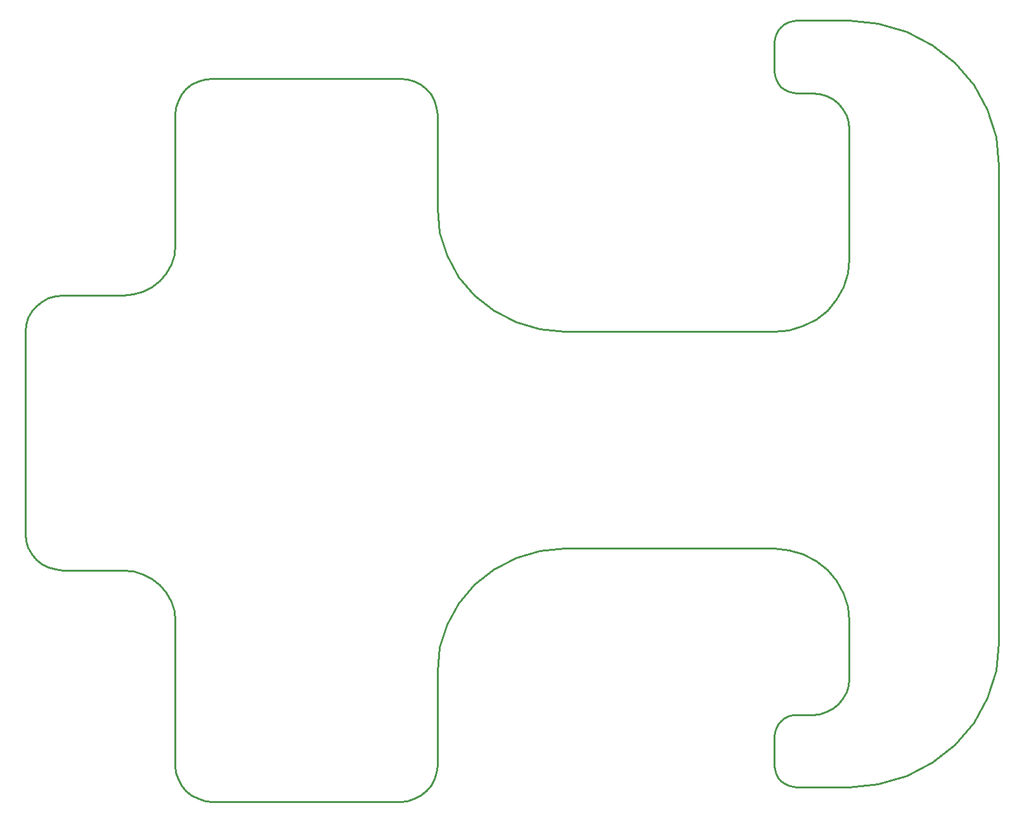
<source format=gbr>
%TF.GenerationSoftware,KiCad,Pcbnew,(5.1.10)-1*%
%TF.CreationDate,2021-12-09T17:48:02-06:00*%
%TF.ProjectId,Sigue_lineas,53696775-655f-46c6-996e-6561732e6b69,rev?*%
%TF.SameCoordinates,Original*%
%TF.FileFunction,Profile,NP*%
%FSLAX46Y46*%
G04 Gerber Fmt 4.6, Leading zero omitted, Abs format (unit mm)*
G04 Created by KiCad (PCBNEW (5.1.10)-1) date 2021-12-09 17:48:02*
%MOMM*%
%LPD*%
G01*
G04 APERTURE LIST*
%TA.AperFunction,Profile*%
%ADD10C,0.254000*%
%TD*%
G04 APERTURE END LIST*
D10*
X153418267Y-109003979D02*
X156357342Y-107486540D01*
X156357342Y-107486540D02*
X159546425Y-106552106D01*
X146189611Y-119453797D02*
X147157008Y-116373380D01*
X150842145Y-111046109D02*
X153418267Y-109003979D01*
X106541745Y-71914496D02*
X105228593Y-72299263D01*
X145862960Y-122657325D02*
X146189611Y-119453797D01*
X108812708Y-70448791D02*
X107751952Y-71289668D01*
X105228593Y-72299263D02*
X103862960Y-72429183D01*
X109683248Y-112139366D02*
X108812708Y-111114755D01*
X159546425Y-106552106D02*
X162862960Y-106236586D01*
X110728457Y-114576744D02*
X110330117Y-113308337D01*
X148727977Y-113534451D02*
X150842145Y-111046109D01*
X110862960Y-65667702D02*
X110728457Y-66986801D01*
X106541745Y-109649050D02*
X105228593Y-109264283D01*
X110330117Y-113308337D02*
X109683248Y-112139366D01*
X159546425Y-76943292D02*
X156357342Y-76008858D01*
X162862960Y-77258812D02*
X159546425Y-76943292D01*
X147157008Y-116373380D02*
X148727977Y-113534451D01*
X105228593Y-109264283D02*
X103862960Y-109134363D01*
X107751952Y-71289668D02*
X106541745Y-71914496D01*
X109683248Y-69424179D02*
X108812708Y-70448791D01*
X110330117Y-68255209D02*
X109683248Y-69424179D01*
X110728457Y-66986801D02*
X110330117Y-68255209D01*
X107751952Y-110273878D02*
X106541745Y-109649050D01*
X108812708Y-111114755D02*
X107751952Y-110273878D01*
X110862960Y-115895844D02*
X110728457Y-114576744D01*
X217492352Y-44309725D02*
X215005095Y-41382264D01*
X90959034Y-105246948D02*
X90862960Y-104304734D01*
X147157008Y-67122018D02*
X146189611Y-64041600D01*
X91243563Y-106152953D02*
X90959034Y-105246948D01*
X200766886Y-124565464D02*
X200862960Y-123623251D01*
X194689794Y-106971853D02*
X192813863Y-106422186D01*
X91705612Y-106987932D02*
X91243563Y-106152953D01*
X92327427Y-107719798D02*
X91705612Y-106987932D01*
X192813863Y-77073212D02*
X194689794Y-76523545D01*
X215005095Y-132453875D02*
X217492352Y-129526414D01*
X94887509Y-109041563D02*
X93949543Y-108766730D01*
X93085109Y-108320424D02*
X92327427Y-107719798D01*
X95862960Y-109134363D02*
X94887509Y-109041563D01*
X200101755Y-112199406D02*
X199177656Y-110529448D01*
X219340550Y-47649642D02*
X217492352Y-44309725D01*
X197776377Y-128085246D02*
X198640811Y-127638940D01*
X208516628Y-136641603D02*
X211974364Y-134856381D01*
X197776377Y-45750893D02*
X196838411Y-45476060D01*
X148727977Y-69960947D02*
X147157008Y-67122018D01*
X200670812Y-69483981D02*
X200862960Y-67599554D01*
X192813863Y-106422186D02*
X190862960Y-106236586D01*
X156357342Y-76008858D02*
X153418267Y-74491418D01*
X199177656Y-72965950D02*
X200101755Y-71295992D01*
X200670812Y-114011416D02*
X200101755Y-112199406D01*
X199398493Y-127038314D02*
X200020308Y-126306449D01*
X196418662Y-107864464D02*
X194689794Y-106971853D01*
X217492352Y-129526414D02*
X219340550Y-126186498D01*
X153418267Y-74491418D02*
X150842145Y-72449289D01*
X197934027Y-74429681D02*
X199177656Y-72965950D01*
X211974364Y-134856381D02*
X215005095Y-132453875D01*
X194689794Y-76523545D02*
X196418662Y-75630933D01*
X197934027Y-109065717D02*
X196418662Y-107864464D01*
X199177656Y-110529448D02*
X197934027Y-109065717D01*
X200020308Y-47529691D02*
X199398493Y-46797825D01*
X200482357Y-48364670D02*
X200020308Y-47529691D01*
X198640811Y-127638940D02*
X199398493Y-127038314D01*
X204764766Y-36095201D02*
X200862960Y-35724001D01*
X219340550Y-126186498D02*
X220478665Y-122562477D01*
X196838411Y-128360080D02*
X197776377Y-128085246D01*
X220478665Y-122562477D02*
X220862960Y-118793621D01*
X220862960Y-55042518D02*
X220478665Y-51273662D01*
X200020308Y-126306449D02*
X200482357Y-125471470D01*
X215005095Y-41382264D02*
X211974364Y-38979758D01*
X200482357Y-125471470D02*
X200766886Y-124565464D01*
X211974364Y-38979758D02*
X208516628Y-37194536D01*
X200862960Y-138112138D02*
X204764766Y-137740938D01*
X196418662Y-75630933D02*
X197934027Y-74429681D01*
X198640811Y-46197199D02*
X197776377Y-45750893D01*
X94887509Y-72521983D02*
X93949543Y-72796816D01*
X208516628Y-37194536D02*
X204764766Y-36095201D01*
X95862960Y-72429183D02*
X94887509Y-72521983D01*
X200101755Y-71295992D02*
X200670812Y-69483981D01*
X190862960Y-77258812D02*
X192813863Y-77073212D01*
X200862960Y-115895844D02*
X200670812Y-114011416D01*
X220478665Y-51273662D02*
X219340550Y-47649642D01*
X196838411Y-45476060D02*
X195862960Y-45383260D01*
X200766886Y-49270675D02*
X200482357Y-48364670D01*
X146189611Y-64041600D02*
X145862960Y-60838073D01*
X199398493Y-46797825D02*
X198640811Y-46197199D01*
X150842145Y-72449289D02*
X148727977Y-69960947D01*
X93949543Y-108766730D02*
X93085109Y-108320424D01*
X204764766Y-137740938D02*
X208516628Y-136641603D01*
X200862960Y-50212889D02*
X200766886Y-49270675D01*
X195862960Y-128452880D02*
X196838411Y-128360080D01*
X115862960Y-140043990D02*
X114887509Y-139951190D01*
X112327427Y-44865974D02*
X113085109Y-44265347D01*
X193862960Y-35724001D02*
X200862960Y-35724001D01*
X110862960Y-115895844D02*
X110862960Y-135214360D01*
X113085109Y-139230050D02*
X112327427Y-138629424D01*
X145020309Y-137897559D02*
X145482358Y-137062580D01*
X145020309Y-45597839D02*
X144398494Y-44865974D01*
X111243563Y-46432818D02*
X111705612Y-45597839D01*
X192714909Y-35944582D02*
X193277689Y-35779681D01*
X162862960Y-106236586D02*
X190862960Y-106236586D01*
X193862960Y-45383260D02*
X195862960Y-45383260D01*
X145482358Y-137062580D02*
X145766887Y-136156574D01*
X142776378Y-139676356D02*
X143640812Y-139230050D01*
X114887509Y-43544208D02*
X115862960Y-43451408D01*
X191368551Y-37011860D02*
X191741639Y-36572741D01*
X143640812Y-139230050D02*
X144398494Y-138629424D01*
X141838412Y-139951190D02*
X142776378Y-139676356D01*
X90862960Y-77258812D02*
X90862960Y-104304734D01*
X111243563Y-137062580D02*
X110959034Y-136156574D01*
X113085109Y-44265347D02*
X113949543Y-43819042D01*
X111705612Y-137897559D02*
X111243563Y-137062580D01*
X143640812Y-44265347D02*
X142776378Y-43819042D01*
X200862960Y-50212889D02*
X200862960Y-67599554D01*
X220862960Y-55042518D02*
X220862960Y-118793621D01*
X142776378Y-43819042D02*
X141838412Y-43544208D01*
X95862960Y-109134363D02*
X103862960Y-109134363D01*
X95862960Y-72429183D02*
X103862960Y-72429183D01*
X110959034Y-136156574D02*
X110862960Y-135214360D01*
X110862960Y-48281037D02*
X110959034Y-47338823D01*
X162862960Y-77258812D02*
X190862960Y-77258812D01*
X145862960Y-48281037D02*
X145862960Y-60838073D01*
X113949543Y-43819042D02*
X114887509Y-43544208D01*
X114887509Y-139951190D02*
X113949543Y-139676356D01*
X144398494Y-138629424D02*
X145020309Y-137897559D01*
X110959034Y-47338823D02*
X111243563Y-46432818D01*
X145766887Y-47338823D02*
X145482358Y-46432818D01*
X141838412Y-43544208D02*
X140862960Y-43451408D01*
X192196249Y-36212365D02*
X192714909Y-35944582D01*
X145862960Y-122657325D02*
X145862960Y-135214360D01*
X115862960Y-140043990D02*
X140862960Y-140043990D01*
X113949543Y-139676356D02*
X113085109Y-139230050D01*
X140862960Y-140043990D02*
X141838412Y-139951190D01*
X144398494Y-44865974D02*
X143640812Y-44265347D01*
X190920604Y-38056450D02*
X191091321Y-37512847D01*
X145862960Y-48281037D02*
X145766887Y-47338823D01*
X191741639Y-36572741D02*
X192196249Y-36212365D01*
X112327427Y-138629424D02*
X111705612Y-137897559D01*
X145766887Y-136156574D02*
X145862960Y-135214360D01*
X191091321Y-37512847D02*
X191368551Y-37011860D01*
X110862960Y-48281037D02*
X110862960Y-65667702D01*
X111705612Y-45597839D02*
X112327427Y-44865974D01*
X115862960Y-43451408D02*
X140862960Y-43451408D01*
X145482358Y-46432818D02*
X145020309Y-45597839D01*
X193277689Y-35779681D02*
X193862960Y-35724001D01*
X190862960Y-131350657D02*
X190862960Y-135214360D01*
X190862960Y-38621779D02*
X190862960Y-42485482D01*
X193862960Y-138112138D02*
X200862960Y-138112138D01*
X191368551Y-44095401D02*
X191741639Y-44534520D01*
X191091321Y-130241726D02*
X191368551Y-129740738D01*
X191091321Y-136323292D02*
X190920604Y-135779689D01*
X190862960Y-42485482D02*
X190920604Y-43050810D01*
X191368551Y-129740738D02*
X191741639Y-129301619D01*
X191091321Y-43594414D02*
X191368551Y-44095401D01*
X190920604Y-43050810D02*
X191091321Y-43594414D01*
X191741639Y-137263399D02*
X191368551Y-136824279D01*
X193277689Y-128508560D02*
X193862960Y-128452880D01*
X192714909Y-128673460D02*
X193277689Y-128508560D01*
X191368551Y-136824279D02*
X191091321Y-136323292D01*
X91243563Y-75410593D02*
X90959034Y-76316598D01*
X91705612Y-74575614D02*
X91243563Y-75410593D01*
X192196249Y-128941243D02*
X192714909Y-128673460D01*
X191741639Y-129301619D02*
X192196249Y-128941243D01*
X92327427Y-73843748D02*
X91705612Y-74575614D01*
X190920604Y-130785329D02*
X191091321Y-130241726D01*
X192714909Y-137891558D02*
X192196249Y-137623774D01*
X190920604Y-135779689D02*
X190862960Y-135214360D01*
X90959034Y-76316598D02*
X90862960Y-77258812D01*
X93949543Y-72796816D02*
X93085109Y-73243122D01*
X193862960Y-138112138D02*
X193277689Y-138056458D01*
X191741639Y-44534520D02*
X192196249Y-44894896D01*
X190862960Y-38621779D02*
X190920604Y-38056450D01*
X193277689Y-45327580D02*
X193862960Y-45383260D01*
X190862960Y-131350657D02*
X190920604Y-130785329D01*
X192714909Y-45162679D02*
X193277689Y-45327580D01*
X192196249Y-44894896D02*
X192714909Y-45162679D01*
X192196249Y-137623774D02*
X191741639Y-137263399D01*
X193277689Y-138056458D02*
X192714909Y-137891558D01*
X93085109Y-73243122D02*
X92327427Y-73843748D01*
X200862960Y-123623251D02*
X200862960Y-115895844D01*
X193862960Y-128452880D02*
X195862960Y-128452880D01*
M02*

</source>
